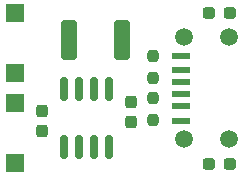
<source format=gbr>
%TF.GenerationSoftware,KiCad,Pcbnew,6.0.11+dfsg-1~bpo11+1*%
%TF.CreationDate,2023-02-24T17:28:24+00:00*%
%TF.ProjectId,134n3p,3133346e-3370-42e6-9b69-6361645f7063,rev?*%
%TF.SameCoordinates,Original*%
%TF.FileFunction,Soldermask,Top*%
%TF.FilePolarity,Negative*%
%FSLAX46Y46*%
G04 Gerber Fmt 4.6, Leading zero omitted, Abs format (unit mm)*
G04 Created by KiCad (PCBNEW 6.0.11+dfsg-1~bpo11+1) date 2023-02-24 17:28:24*
%MOMM*%
%LPD*%
G01*
G04 APERTURE LIST*
G04 Aperture macros list*
%AMRoundRect*
0 Rectangle with rounded corners*
0 $1 Rounding radius*
0 $2 $3 $4 $5 $6 $7 $8 $9 X,Y pos of 4 corners*
0 Add a 4 corners polygon primitive as box body*
4,1,4,$2,$3,$4,$5,$6,$7,$8,$9,$2,$3,0*
0 Add four circle primitives for the rounded corners*
1,1,$1+$1,$2,$3*
1,1,$1+$1,$4,$5*
1,1,$1+$1,$6,$7*
1,1,$1+$1,$8,$9*
0 Add four rect primitives between the rounded corners*
20,1,$1+$1,$2,$3,$4,$5,0*
20,1,$1+$1,$4,$5,$6,$7,0*
20,1,$1+$1,$6,$7,$8,$9,0*
20,1,$1+$1,$8,$9,$2,$3,0*%
G04 Aperture macros list end*
%ADD10RoundRect,0.237500X-0.237500X0.300000X-0.237500X-0.300000X0.237500X-0.300000X0.237500X0.300000X0*%
%ADD11R,1.500000X1.500000*%
%ADD12RoundRect,0.237500X0.237500X-0.300000X0.237500X0.300000X-0.237500X0.300000X-0.237500X-0.300000X0*%
%ADD13RoundRect,0.250000X-0.400000X-1.450000X0.400000X-1.450000X0.400000X1.450000X-0.400000X1.450000X0*%
%ADD14RoundRect,0.237500X0.287500X0.237500X-0.287500X0.237500X-0.287500X-0.237500X0.287500X-0.237500X0*%
%ADD15R,1.500000X0.600000*%
%ADD16C,1.500000*%
%ADD17R,1.500000X0.500000*%
%ADD18RoundRect,0.237500X-0.237500X0.250000X-0.237500X-0.250000X0.237500X-0.250000X0.237500X0.250000X0*%
%ADD19RoundRect,0.150000X0.150000X-0.825000X0.150000X0.825000X-0.150000X0.825000X-0.150000X-0.825000X0*%
%ADD20RoundRect,0.237500X0.237500X-0.250000X0.237500X0.250000X-0.237500X0.250000X-0.237500X-0.250000X0*%
G04 APERTURE END LIST*
D10*
%TO.C,C3*%
X137414000Y-87550000D03*
X137414000Y-89275000D03*
%TD*%
D11*
%TO.C,GND*%
X135138160Y-91948000D03*
%TD*%
D12*
%TO.C,C2*%
X145010000Y-88510000D03*
X145010000Y-86785000D03*
%TD*%
D13*
%TO.C,L1*%
X139761000Y-81534000D03*
X144211000Y-81534000D03*
%TD*%
D14*
%TO.C,RED*%
X153322500Y-92060000D03*
X151572500Y-92060000D03*
%TD*%
D15*
%TO.C,U2*%
X149180920Y-88388280D03*
D16*
X149440000Y-89958000D03*
X153237300Y-81322000D03*
X149440000Y-81322000D03*
X153237300Y-89958000D03*
D15*
X149191080Y-82881560D03*
D17*
X149191080Y-84110920D03*
X149180920Y-87158920D03*
X149186000Y-85132000D03*
X149180920Y-86148000D03*
%TD*%
D18*
%TO.C,R1*%
X146812000Y-82907500D03*
X146812000Y-84732500D03*
%TD*%
D14*
%TO.C,BLUE*%
X153320000Y-79260000D03*
X151570000Y-79260000D03*
%TD*%
D19*
%TO.C,U1*%
X139319000Y-90613000D03*
X140589000Y-90613000D03*
X141859000Y-90613000D03*
X143129000Y-90613000D03*
X143129000Y-85663000D03*
X141859000Y-85663000D03*
X140589000Y-85663000D03*
X139319000Y-85663000D03*
%TD*%
D11*
%TO.C,VCC*%
X135128000Y-79248000D03*
%TD*%
D20*
%TO.C,R2*%
X146812000Y-88288500D03*
X146812000Y-86463500D03*
%TD*%
D11*
%TO.C,B-*%
X135128000Y-86868000D03*
%TD*%
%TO.C,B+*%
X135138160Y-84328000D03*
%TD*%
M02*

</source>
